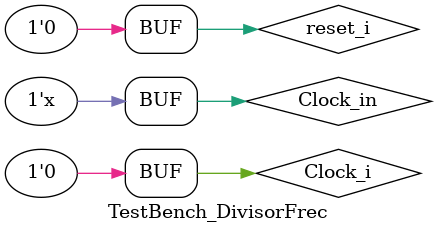
<source format=v>
`timescale 1ns / 1ps


module TestBench_DivisorFrec;

	// Inputs
	reg Clock_i;
	reg reset_i;

	// Outputs
	wire Clock_o;

	// Instantiate the Unit Under Test (UUT)
	DivisorFrecuencia uut (
		.Clock_i(Clock_i), 
		.reset_i(reset_i), 
		.Clock_o(Clock_o)
	);

	initial begin
		// Initialize Inputs
		Clock_i = 0;
		reset_i = 0;

		// Wait 100 ns for global reset to finish
		#100;
        
		// Add stimulus here
		#100;
      reset_i = 1'b1;
		#100;
		reset_i = 1'b0;
	end

	always begin #10000000 Clock_in=~Clock_in;
	end
      
endmodule


</source>
